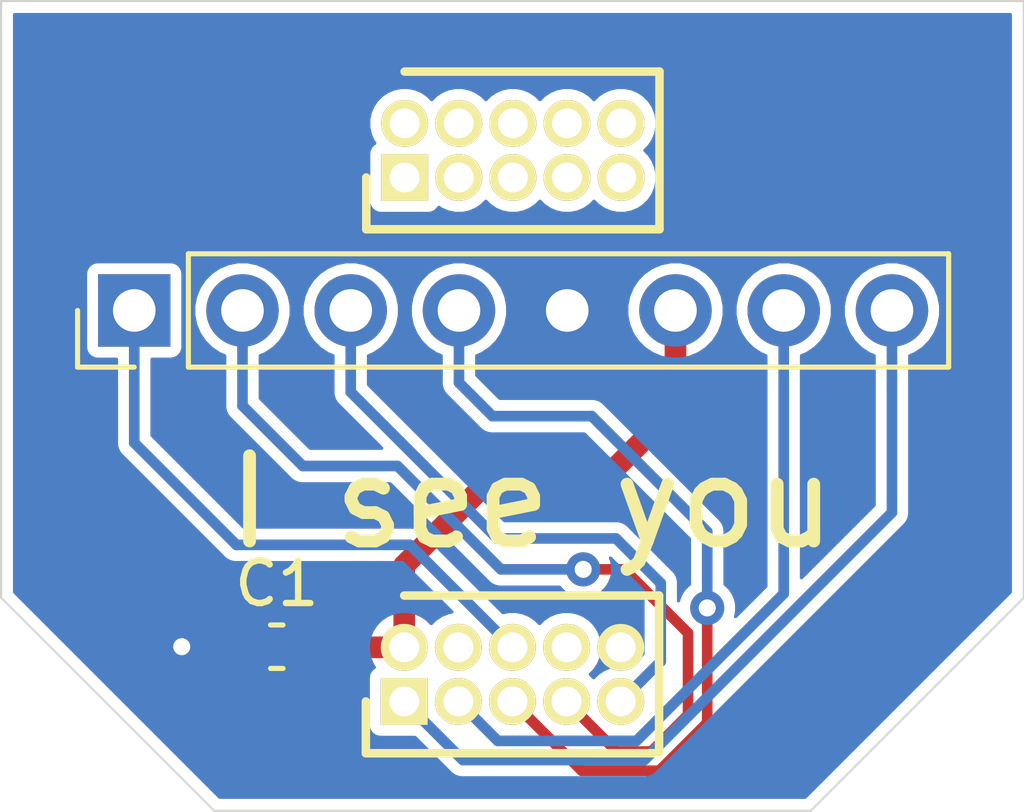
<source format=kicad_pcb>
(kicad_pcb (version 20171130) (host pcbnew "(5.1.8)-1")

  (general
    (thickness 1)
    (drawings 7)
    (tracks 49)
    (zones 0)
    (modules 4)
    (nets 9)
  )

  (page A4)
  (layers
    (0 F.Cu signal)
    (31 B.Cu signal)
    (32 B.Adhes user)
    (33 F.Adhes user)
    (34 B.Paste user)
    (35 F.Paste user)
    (36 B.SilkS user)
    (37 F.SilkS user)
    (38 B.Mask user)
    (39 F.Mask user)
    (40 Dwgs.User user)
    (41 Cmts.User user)
    (42 Eco1.User user)
    (43 Eco2.User user)
    (44 Edge.Cuts user)
    (45 Margin user)
    (46 B.CrtYd user)
    (47 F.CrtYd user)
    (48 B.Fab user)
    (49 F.Fab user)
  )

  (setup
    (last_trace_width 0.25)
    (trace_clearance 0.2)
    (zone_clearance 0.508)
    (zone_45_only no)
    (trace_min 0.2)
    (via_size 0.8)
    (via_drill 0.4)
    (via_min_size 0.4)
    (via_min_drill 0.3)
    (uvia_size 0.3)
    (uvia_drill 0.1)
    (uvias_allowed no)
    (uvia_min_size 0.2)
    (uvia_min_drill 0.1)
    (edge_width 0.05)
    (segment_width 0.2)
    (pcb_text_width 0.3)
    (pcb_text_size 1.5 1.5)
    (mod_edge_width 0.12)
    (mod_text_size 1 1)
    (mod_text_width 0.15)
    (pad_size 1.524 1.524)
    (pad_drill 0.762)
    (pad_to_mask_clearance 0)
    (aux_axis_origin 0 0)
    (visible_elements 7FFFFFFF)
    (pcbplotparams
      (layerselection 0x010fc_ffffffff)
      (usegerberextensions false)
      (usegerberattributes true)
      (usegerberadvancedattributes true)
      (creategerberjobfile true)
      (excludeedgelayer true)
      (linewidth 0.100000)
      (plotframeref false)
      (viasonmask false)
      (mode 1)
      (useauxorigin false)
      (hpglpennumber 1)
      (hpglpenspeed 20)
      (hpglpendiameter 15.000000)
      (psnegative false)
      (psa4output false)
      (plotreference true)
      (plotvalue true)
      (plotinvisibletext false)
      (padsonsilk false)
      (subtractmaskfromsilk false)
      (outputformat 1)
      (mirror false)
      (drillshape 0)
      (scaleselection 1)
      (outputdirectory "Gerber/"))
  )

  (net 0 "")
  (net 1 GND)
  (net 2 +3V3)
  (net 3 /MISO)
  (net 4 /MOSI)
  (net 5 /CS)
  (net 6 /SCK)
  (net 7 /SDA)
  (net 8 /SCL)

  (net_class Default "This is the default net class."
    (clearance 0.2)
    (trace_width 0.25)
    (via_dia 0.8)
    (via_drill 0.4)
    (uvia_dia 0.3)
    (uvia_drill 0.1)
    (add_net +3V3)
    (add_net /CS)
    (add_net /MISO)
    (add_net /MOSI)
    (add_net /SCK)
    (add_net /SCL)
    (add_net /SDA)
    (add_net GND)
  )

  (module SamacSys_Parts:HDRV10W50P127_2X5_635X340X430P (layer F.Cu) (tedit 6142C706) (tstamp 61432F3D)
    (at 152.01 83.505)
    (descr GRPB052VWVN-RC)
    (tags Connector)
    (path /6143078C)
    (fp_text reference J2 (at 0.03048 -3.302) (layer F.SilkS) hide
      (effects (font (size 1.27 1.27) (thickness 0.254)))
    )
    (fp_text value GRPB052VWVN-RC (at -1.66624 3.24612) (layer F.SilkS) hide
      (effects (font (size 1.27 1.27) (thickness 0.254)))
    )
    (fp_line (start 3.44 -1.85) (end -2.54 -1.85) (layer F.SilkS) (width 0.2))
    (fp_line (start 3.44 1.85) (end 3.44 -1.85) (layer F.SilkS) (width 0.2))
    (fp_line (start -3.44 1.85) (end 3.44 1.85) (layer F.SilkS) (width 0.2))
    (fp_line (start -3.44 0.635) (end -3.44 1.85) (layer F.SilkS) (width 0.2))
    (fp_line (start 3.325 1.85) (end -3.325 1.85) (layer Dwgs.User) (width 0.1))
    (fp_line (start 3.325 -1.85) (end 3.325 1.85) (layer Dwgs.User) (width 0.1))
    (fp_line (start -3.325 -1.85) (end 3.325 -1.85) (layer Dwgs.User) (width 0.1))
    (fp_line (start -3.325 1.85) (end -3.325 -1.85) (layer Dwgs.User) (width 0.1))
    (fp_line (start 3.575 2.1) (end -3.575 2.1) (layer Dwgs.User) (width 0.05))
    (fp_line (start 3.575 -2.1) (end 3.575 2.1) (layer Dwgs.User) (width 0.05))
    (fp_line (start -3.575 -2.1) (end 3.575 -2.1) (layer Dwgs.User) (width 0.05))
    (fp_line (start -3.575 2.1) (end -3.575 -2.1) (layer Dwgs.User) (width 0.05))
    (pad 10 thru_hole circle (at 2.54 -0.635 90) (size 1.1 1.1) (drill 0.7) (layers *.Cu *.Mask F.SilkS))
    (pad 9 thru_hole circle (at 2.54 0.635 90) (size 1.1 1.1) (drill 0.7) (layers *.Cu *.Mask F.SilkS))
    (pad 8 thru_hole circle (at 1.27 -0.635 90) (size 1.1 1.1) (drill 0.7) (layers *.Cu *.Mask F.SilkS))
    (pad 7 thru_hole circle (at 1.27 0.635 90) (size 1.1 1.1) (drill 0.7) (layers *.Cu *.Mask F.SilkS))
    (pad 6 thru_hole circle (at 0 -0.635 90) (size 1.1 1.1) (drill 0.7) (layers *.Cu *.Mask F.SilkS))
    (pad 5 thru_hole circle (at 0 0.635 90) (size 1.1 1.1) (drill 0.7) (layers *.Cu *.Mask F.SilkS))
    (pad 4 thru_hole circle (at -1.27 -0.635 90) (size 1.1 1.1) (drill 0.7) (layers *.Cu *.Mask F.SilkS))
    (pad 3 thru_hole circle (at -1.27 0.635 90) (size 1.1 1.1) (drill 0.7) (layers *.Cu *.Mask F.SilkS))
    (pad 2 thru_hole circle (at -2.54 -0.635 90) (size 1.1 1.1) (drill 0.7) (layers *.Cu *.Mask F.SilkS))
    (pad 1 thru_hole rect (at -2.54 0.635 90) (size 1.1 1.1) (drill 0.7) (layers *.Cu *.Mask F.SilkS))
    (model C:/DATA/Software/KiCAD/Libs/libs/Mylib/3D_model/GRPB052VWVN-RC.step
      (offset (xyz -2.54 0.635 -1))
      (scale (xyz 1 1 1))
      (rotate (xyz 180 0 0))
    )
  )

  (module SamacSys_Parts:HDRV10W50P127_2X5_635X340X430P (layer F.Cu) (tedit 6142C297) (tstamp 618E8BC6)
    (at 152 95.8)
    (descr GRPB052VWVN-RC)
    (tags Connector)
    (path /6142F3DA)
    (fp_text reference J1 (at 3.2 -3.9) (layer F.SilkS) hide
      (effects (font (size 1.27 1.27) (thickness 0.254)))
    )
    (fp_text value GRPB052VWVN-RC (at 2.35 2.6) (layer F.SilkS) hide
      (effects (font (size 1.27 1.27) (thickness 0.254)))
    )
    (fp_line (start 3.44 -1.85008) (end -2.54 -1.85008) (layer F.SilkS) (width 0.2))
    (fp_line (start 3.44 1.84992) (end 3.44 -1.85008) (layer F.SilkS) (width 0.2))
    (fp_line (start -3.44 1.84992) (end 3.44 1.84992) (layer F.SilkS) (width 0.2))
    (fp_line (start -3.44 0.63492) (end -3.44 1.84992) (layer F.SilkS) (width 0.2))
    (fp_line (start 3.325 1.84992) (end -3.325 1.84992) (layer Dwgs.User) (width 0.1))
    (fp_line (start 3.325 -1.85008) (end 3.325 1.84992) (layer Dwgs.User) (width 0.1))
    (fp_line (start -3.325 -1.85008) (end 3.325 -1.85008) (layer Dwgs.User) (width 0.1))
    (fp_line (start -3.325 1.84992) (end -3.325 -1.85008) (layer Dwgs.User) (width 0.1))
    (fp_line (start 3.575 2.09992) (end -3.575 2.09992) (layer Dwgs.User) (width 0.05))
    (fp_line (start 3.575 -2.095) (end 3.575 2.105) (layer Dwgs.User) (width 0.05))
    (fp_line (start -3.575 -2.095) (end 3.575 -2.095) (layer Dwgs.User) (width 0.05))
    (fp_line (start -3.575 2.105) (end -3.575 -2.095) (layer Dwgs.User) (width 0.05))
    (pad 10 thru_hole circle (at 2.54 -0.63508 90) (size 1.1 1.1) (drill 0.7) (layers *.Cu *.Mask F.SilkS)
      (net 1 GND))
    (pad 9 thru_hole circle (at 2.54 0.63492 90) (size 1.1 1.1) (drill 0.7) (layers *.Cu *.Mask F.SilkS)
      (net 3 /MISO))
    (pad 8 thru_hole circle (at 1.27 -0.63508 90) (size 1.1 1.1) (drill 0.7) (layers *.Cu *.Mask F.SilkS))
    (pad 7 thru_hole circle (at 1.27 0.63492 90) (size 1.1 1.1) (drill 0.7) (layers *.Cu *.Mask F.SilkS)
      (net 4 /MOSI))
    (pad 6 thru_hole circle (at 0 -0.63508 90) (size 1.1 1.1) (drill 0.7) (layers *.Cu *.Mask F.SilkS)
      (net 5 /CS))
    (pad 5 thru_hole circle (at 0 0.63492 90) (size 1.1 1.1) (drill 0.7) (layers *.Cu *.Mask F.SilkS)
      (net 6 /SCK))
    (pad 4 thru_hole circle (at -1.27 -0.63508 90) (size 1.1 1.1) (drill 0.7) (layers *.Cu *.Mask F.SilkS))
    (pad 3 thru_hole circle (at -1.27 0.63492 90) (size 1.1 1.1) (drill 0.7) (layers *.Cu *.Mask F.SilkS)
      (net 7 /SDA))
    (pad 2 thru_hole circle (at -2.54 -0.63508 90) (size 1.1 1.1) (drill 0.7) (layers *.Cu *.Mask F.SilkS)
      (net 2 +3V3))
    (pad 1 thru_hole rect (at -2.54 0.63492 90) (size 1.1 1.1) (drill 0.7) (layers *.Cu *.Mask F.SilkS)
      (net 8 /SCL))
    (model C:/DATA/Software/KiCAD/Libs/libs/Mylib/3D_model/GRPB052VWVN-RC.step
      (offset (xyz -2.54 0.635 -1))
      (scale (xyz 1 1 1))
      (rotate (xyz 180 0 0))
    )
  )

  (module Connector_PinHeader_2.54mm:PinHeader_1x08_P2.54mm_Vertical (layer F.Cu) (tedit 59FED5CC) (tstamp 61432450)
    (at 143.125 87.26 90)
    (descr "Through hole straight pin header, 1x08, 2.54mm pitch, single row")
    (tags "Through hole pin header THT 1x08 2.54mm single row")
    (path /6142D214)
    (fp_text reference U1 (at 2.77 -0.68 180) (layer F.SilkS) hide
      (effects (font (size 1 1) (thickness 0.15)))
    )
    (fp_text value Arducam_OV2640_module (at 0 20.11 90) (layer F.Fab) hide
      (effects (font (size 1 1) (thickness 0.15)))
    )
    (fp_line (start -0.635 -1.27) (end 1.27 -1.27) (layer F.Fab) (width 0.1))
    (fp_line (start 1.27 -1.27) (end 1.27 19.05) (layer F.Fab) (width 0.1))
    (fp_line (start 1.27 19.05) (end -1.27 19.05) (layer F.Fab) (width 0.1))
    (fp_line (start -1.27 19.05) (end -1.27 -0.635) (layer F.Fab) (width 0.1))
    (fp_line (start -1.27 -0.635) (end -0.635 -1.27) (layer F.Fab) (width 0.1))
    (fp_line (start -1.33 19.11) (end 1.33 19.11) (layer F.SilkS) (width 0.12))
    (fp_line (start -1.33 1.27) (end -1.33 19.11) (layer F.SilkS) (width 0.12))
    (fp_line (start 1.33 1.27) (end 1.33 19.11) (layer F.SilkS) (width 0.12))
    (fp_line (start -1.33 1.27) (end 1.33 1.27) (layer F.SilkS) (width 0.12))
    (fp_line (start -1.33 0) (end -1.33 -1.33) (layer F.SilkS) (width 0.12))
    (fp_line (start -1.33 -1.33) (end 0 -1.33) (layer F.SilkS) (width 0.12))
    (fp_line (start -1.8 -1.8) (end -1.8 19.55) (layer F.CrtYd) (width 0.05))
    (fp_line (start -1.8 19.55) (end 1.8 19.55) (layer F.CrtYd) (width 0.05))
    (fp_line (start 1.8 19.55) (end 1.8 -1.8) (layer F.CrtYd) (width 0.05))
    (fp_line (start 1.8 -1.8) (end -1.8 -1.8) (layer F.CrtYd) (width 0.05))
    (fp_text user %R (at 0 8.89) (layer F.Fab) hide
      (effects (font (size 1 1) (thickness 0.15)))
    )
    (pad 8 thru_hole oval (at 0 17.78 90) (size 1.7 1.7) (drill 1) (layers *.Cu *.Mask)
      (net 8 /SCL))
    (pad 7 thru_hole oval (at 0 15.24 90) (size 1.7 1.7) (drill 1) (layers *.Cu *.Mask)
      (net 7 /SDA))
    (pad 6 thru_hole oval (at 0 12.7 90) (size 1.7 1.7) (drill 1) (layers *.Cu *.Mask)
      (net 2 +3V3))
    (pad 5 thru_hole oval (at 0 10.16 90) (size 1.7 1.7) (drill 1) (layers *.Cu *.Mask)
      (net 1 GND))
    (pad 4 thru_hole oval (at 0 7.62 90) (size 1.7 1.7) (drill 1) (layers *.Cu *.Mask)
      (net 6 /SCK))
    (pad 3 thru_hole oval (at 0 5.08 90) (size 1.7 1.7) (drill 1) (layers *.Cu *.Mask)
      (net 3 /MISO))
    (pad 2 thru_hole oval (at 0 2.54 90) (size 1.7 1.7) (drill 1) (layers *.Cu *.Mask)
      (net 4 /MOSI))
    (pad 1 thru_hole rect (at 0 0 90) (size 1.7 1.7) (drill 1) (layers *.Cu *.Mask)
      (net 5 /CS))
    (model C:/DATA/Software/KiCAD/Libs/libs/Mylib/3D_model/Arducam_OV2640.STEP
      (offset (xyz -1 -7 0))
      (scale (xyz 1 1 1))
      (rotate (xyz 0 0 -90))
    )
  )

  (module Capacitor_SMD:C_0603_1608Metric_Pad1.08x0.95mm_HandSolder (layer F.Cu) (tedit 5F68FEEF) (tstamp 61432400)
    (at 146.47 95.15 180)
    (descr "Capacitor SMD 0603 (1608 Metric), square (rectangular) end terminal, IPC_7351 nominal with elongated pad for handsoldering. (Body size source: IPC-SM-782 page 76, https://www.pcb-3d.com/wordpress/wp-content/uploads/ipc-sm-782a_amendment_1_and_2.pdf), generated with kicad-footprint-generator")
    (tags "capacitor handsolder")
    (path /614382E2)
    (attr smd)
    (fp_text reference C1 (at 0 1.48) (layer F.SilkS)
      (effects (font (size 1 1) (thickness 0.15)))
    )
    (fp_text value 0.1uF (at 0 1.43) (layer F.Fab) hide
      (effects (font (size 1 1) (thickness 0.15)))
    )
    (fp_line (start -0.8 0.4) (end -0.8 -0.4) (layer F.Fab) (width 0.1))
    (fp_line (start -0.8 -0.4) (end 0.8 -0.4) (layer F.Fab) (width 0.1))
    (fp_line (start 0.8 -0.4) (end 0.8 0.4) (layer F.Fab) (width 0.1))
    (fp_line (start 0.8 0.4) (end -0.8 0.4) (layer F.Fab) (width 0.1))
    (fp_line (start -0.146267 -0.51) (end 0.146267 -0.51) (layer F.SilkS) (width 0.12))
    (fp_line (start -0.146267 0.51) (end 0.146267 0.51) (layer F.SilkS) (width 0.12))
    (fp_line (start -1.65 0.73) (end -1.65 -0.73) (layer F.CrtYd) (width 0.05))
    (fp_line (start -1.65 -0.73) (end 1.65 -0.73) (layer F.CrtYd) (width 0.05))
    (fp_line (start 1.65 -0.73) (end 1.65 0.73) (layer F.CrtYd) (width 0.05))
    (fp_line (start 1.65 0.73) (end -1.65 0.73) (layer F.CrtYd) (width 0.05))
    (fp_text user %R (at 0.02 -1.22) (layer F.Fab) hide
      (effects (font (size 0.4 0.4) (thickness 0.06)))
    )
    (pad 2 smd roundrect (at 0.8625 0 180) (size 1.075 0.95) (layers F.Cu F.Paste F.Mask) (roundrect_rratio 0.25)
      (net 1 GND))
    (pad 1 smd roundrect (at -0.8625 0 180) (size 1.075 0.95) (layers F.Cu F.Paste F.Mask) (roundrect_rratio 0.25)
      (net 2 +3V3))
    (model ${KISYS3DMOD}/Capacitor_SMD.3dshapes/C_0603_1608Metric.wrl
      (at (xyz 0 0 0))
      (scale (xyz 1 1 1))
      (rotate (xyz 0 0 0))
    )
  )

  (gr_line (start 140 94) (end 140 80) (layer Edge.Cuts) (width 0.05) (tstamp 614328E2))
  (gr_line (start 145 99) (end 140 94) (layer Edge.Cuts) (width 0.05))
  (gr_line (start 159 99) (end 145 99) (layer Edge.Cuts) (width 0.05))
  (gr_line (start 164 94) (end 159 99) (layer Edge.Cuts) (width 0.05))
  (gr_line (start 164 80) (end 164 94) (layer Edge.Cuts) (width 0.05))
  (gr_line (start 140 80) (end 164 80) (layer Edge.Cuts) (width 0.05))
  (gr_text "I see you" (at 152.45 91.76) (layer F.SilkS)
    (effects (font (size 2 2) (thickness 0.3)))
  )

  (via (at 144.24 95.15) (size 0.8) (drill 0.4) (layers F.Cu B.Cu) (net 1))
  (segment (start 145.6075 95.15) (end 144.24 95.15) (width 0.508) (layer F.Cu) (net 1))
  (segment (start 147.34742 95.16492) (end 147.3325 95.15) (width 0.508) (layer F.Cu) (net 2))
  (segment (start 149.46 95.16492) (end 147.34742 95.16492) (width 0.508) (layer F.Cu) (net 2))
  (segment (start 149.46 95.16492) (end 149.46 93.24) (width 0.508) (layer F.Cu) (net 2))
  (segment (start 154.26 91.11) (end 155.825 89.545) (width 0.508) (layer F.Cu) (net 2))
  (segment (start 155.825 89.545) (end 155.825 87.26) (width 0.508) (layer F.Cu) (net 2))
  (segment (start 151.59 91.11) (end 154.26 91.11) (width 0.508) (layer F.Cu) (net 2))
  (segment (start 149.46 93.24) (end 151.59 91.11) (width 0.508) (layer F.Cu) (net 2))
  (segment (start 154.54 96.43492) (end 155.48 95.49492) (width 0.25) (layer B.Cu) (net 3))
  (segment (start 155.48 95.49492) (end 155.48 93.66) (width 0.25) (layer B.Cu) (net 3))
  (segment (start 155.48 93.66) (end 154.43 92.61) (width 0.25) (layer B.Cu) (net 3))
  (segment (start 154.43 92.61) (end 151.64 92.61) (width 0.25) (layer B.Cu) (net 3))
  (segment (start 148.205 89.175) (end 151.64 92.61) (width 0.25) (layer B.Cu) (net 3))
  (segment (start 148.205 87.26) (end 148.205 89.175) (width 0.25) (layer B.Cu) (net 3))
  (segment (start 145.665 87.26) (end 145.665 89.495) (width 0.25) (layer B.Cu) (net 4))
  (segment (start 147.08 90.91) (end 149.30359 90.91) (width 0.25) (layer B.Cu) (net 4))
  (segment (start 145.665 89.495) (end 147.08 90.91) (width 0.25) (layer B.Cu) (net 4))
  (via (at 153.66 93.335) (size 0.8) (drill 0.4) (layers F.Cu B.Cu) (net 4))
  (segment (start 151.72859 93.335) (end 153.66 93.335) (width 0.25) (layer B.Cu) (net 4))
  (segment (start 149.30359 90.91) (end 151.72859 93.335) (width 0.25) (layer B.Cu) (net 4))
  (segment (start 153.66 93.335) (end 154.625 93.335) (width 0.25) (layer F.Cu) (net 4))
  (segment (start 154.625 93.335) (end 156.12 94.83) (width 0.25) (layer F.Cu) (net 4))
  (segment (start 156.12 94.83) (end 156.12 96.75) (width 0.25) (layer F.Cu) (net 4))
  (segment (start 156.12 96.75) (end 155.26 97.61) (width 0.25) (layer F.Cu) (net 4))
  (segment (start 154.44508 97.61) (end 153.27 96.43492) (width 0.25) (layer F.Cu) (net 4))
  (segment (start 155.26 97.61) (end 154.44508 97.61) (width 0.25) (layer F.Cu) (net 4))
  (segment (start 152 95.16492) (end 149.59508 92.76) (width 0.25) (layer B.Cu) (net 5))
  (segment (start 149.59508 92.76) (end 145.52 92.76) (width 0.25) (layer B.Cu) (net 5))
  (segment (start 143.125 90.365) (end 143.125 87.26) (width 0.25) (layer B.Cu) (net 5))
  (segment (start 145.52 92.76) (end 143.125 90.365) (width 0.25) (layer B.Cu) (net 5))
  (segment (start 153.625089 98.060009) (end 155.446401 98.060009) (width 0.25) (layer F.Cu) (net 6))
  (segment (start 152 96.43492) (end 153.625089 98.060009) (width 0.25) (layer F.Cu) (net 6))
  (segment (start 156.57001 96.9364) (end 156.57001 94.24001) (width 0.25) (layer F.Cu) (net 6))
  (segment (start 155.446401 98.060009) (end 156.57001 96.9364) (width 0.25) (layer F.Cu) (net 6))
  (segment (start 150.745 87.26) (end 150.745 88.955) (width 0.25) (layer B.Cu) (net 6))
  (segment (start 150.745 88.955) (end 151.53 89.74) (width 0.25) (layer B.Cu) (net 6))
  (segment (start 151.53 89.74) (end 153.86 89.74) (width 0.25) (layer B.Cu) (net 6))
  (via (at 156.57001 94.24001) (size 0.8) (drill 0.4) (layers F.Cu B.Cu) (net 6))
  (segment (start 156.57001 92.45001) (end 156.57001 94.24001) (width 0.25) (layer B.Cu) (net 6))
  (segment (start 153.86 89.74) (end 156.57001 92.45001) (width 0.25) (layer B.Cu) (net 6))
  (segment (start 150.73 96.43492) (end 151.65508 97.36) (width 0.25) (layer B.Cu) (net 7))
  (segment (start 158.365 93.904922) (end 158.365 87.26) (width 0.25) (layer B.Cu) (net 7))
  (segment (start 154.909922 97.36) (end 158.365 93.904922) (width 0.25) (layer B.Cu) (net 7))
  (segment (start 151.65508 97.36) (end 154.909922 97.36) (width 0.25) (layer B.Cu) (net 7))
  (segment (start 149.46 96.43492) (end 150.83509 97.81001) (width 0.25) (layer B.Cu) (net 8))
  (segment (start 155.096323 97.810009) (end 160.905 92.001332) (width 0.25) (layer B.Cu) (net 8))
  (segment (start 160.905 92.001332) (end 160.905 87.26) (width 0.25) (layer B.Cu) (net 8))
  (segment (start 150.83509 97.81001) (end 155.096323 97.810009) (width 0.25) (layer B.Cu) (net 8))

  (zone (net 1) (net_name GND) (layer B.Cu) (tstamp 6142CEBF) (hatch edge 0.508)
    (connect_pads yes (clearance 0.254))
    (min_thickness 0.0762)
    (fill yes (arc_segments 32) (thermal_gap 0.508) (thermal_bridge_width 0.508))
    (polygon
      (pts
        (xy 164 94) (xy 159 99) (xy 145 99) (xy 140 94) (xy 140 80)
        (xy 164 80)
      )
    )
    (filled_polygon
      (pts
        (xy 163.682901 93.868652) (xy 158.868654 98.6829) (xy 145.131347 98.6829) (xy 140.3171 93.868654) (xy 140.3171 86.41)
        (xy 141.981487 86.41) (xy 141.981487 88.11) (xy 141.987127 88.167262) (xy 142.003829 88.222323) (xy 142.030953 88.273067)
        (xy 142.067455 88.317545) (xy 142.111933 88.354047) (xy 142.162677 88.381171) (xy 142.217738 88.397873) (xy 142.275 88.403513)
        (xy 142.707901 88.403513) (xy 142.7079 90.34452) (xy 142.705883 90.365) (xy 142.7079 90.38548) (xy 142.7079 90.385489)
        (xy 142.713935 90.446765) (xy 142.729761 90.498936) (xy 142.737785 90.525389) (xy 142.776516 90.597849) (xy 142.778756 90.600578)
        (xy 142.828639 90.661361) (xy 142.84456 90.674427) (xy 145.210577 93.040445) (xy 145.223639 93.056361) (xy 145.287151 93.108484)
        (xy 145.35961 93.147215) (xy 145.438234 93.171065) (xy 145.49951 93.1771) (xy 145.499519 93.1771) (xy 145.519999 93.179117)
        (xy 145.540479 93.1771) (xy 149.422313 93.1771) (xy 150.581144 94.335931) (xy 150.484368 94.355181) (xy 150.331116 94.41866)
        (xy 150.193192 94.510818) (xy 150.095 94.60901) (xy 149.996808 94.510818) (xy 149.858884 94.41866) (xy 149.705632 94.355181)
        (xy 149.54294 94.32282) (xy 149.37706 94.32282) (xy 149.214368 94.355181) (xy 149.061116 94.41866) (xy 148.923192 94.510818)
        (xy 148.805898 94.628112) (xy 148.71374 94.766036) (xy 148.650261 94.919288) (xy 148.6179 95.08198) (xy 148.6179 95.24786)
        (xy 148.650261 95.410552) (xy 148.71374 95.563804) (xy 148.760419 95.633664) (xy 148.746933 95.640873) (xy 148.702455 95.677375)
        (xy 148.665953 95.721853) (xy 148.638829 95.772597) (xy 148.622127 95.827658) (xy 148.616487 95.88492) (xy 148.616487 96.98492)
        (xy 148.622127 97.042182) (xy 148.638829 97.097243) (xy 148.665953 97.147987) (xy 148.702455 97.192465) (xy 148.746933 97.228967)
        (xy 148.797677 97.256091) (xy 148.852738 97.272793) (xy 148.91 97.278433) (xy 149.713646 97.278433) (xy 150.525673 98.090461)
        (xy 150.53873 98.106371) (xy 150.55464 98.119428) (xy 150.554644 98.119432) (xy 150.60224 98.158494) (xy 150.6747 98.197225)
        (xy 150.708934 98.207609) (xy 150.753325 98.221075) (xy 150.814601 98.22711) (xy 150.81461 98.22711) (xy 150.83509 98.229127)
        (xy 150.85557 98.22711) (xy 155.075833 98.227108) (xy 155.096323 98.229126) (xy 155.178089 98.221073) (xy 155.256712 98.197224)
        (xy 155.329172 98.158493) (xy 155.376768 98.119431) (xy 155.392684 98.106369) (xy 155.405746 98.090453) (xy 161.185452 92.310749)
        (xy 161.201361 92.297693) (xy 161.214418 92.281783) (xy 161.214423 92.281778) (xy 161.253484 92.234182) (xy 161.292215 92.161722)
        (xy 161.294664 92.153649) (xy 161.316065 92.083098) (xy 161.3221 92.021822) (xy 161.3221 92.021812) (xy 161.324117 92.001332)
        (xy 161.3221 91.980852) (xy 161.3221 88.323432) (xy 161.445987 88.272116) (xy 161.633046 88.147127) (xy 161.792127 87.988046)
        (xy 161.917116 87.800987) (xy 162.00321 87.593138) (xy 162.0471 87.372487) (xy 162.0471 87.147513) (xy 162.00321 86.926862)
        (xy 161.917116 86.719013) (xy 161.792127 86.531954) (xy 161.633046 86.372873) (xy 161.445987 86.247884) (xy 161.238138 86.16179)
        (xy 161.017487 86.1179) (xy 160.792513 86.1179) (xy 160.571862 86.16179) (xy 160.364013 86.247884) (xy 160.176954 86.372873)
        (xy 160.017873 86.531954) (xy 159.892884 86.719013) (xy 159.80679 86.926862) (xy 159.7629 87.147513) (xy 159.7629 87.372487)
        (xy 159.80679 87.593138) (xy 159.892884 87.800987) (xy 160.017873 87.988046) (xy 160.176954 88.147127) (xy 160.364013 88.272116)
        (xy 160.487901 88.323432) (xy 160.4879 91.828563) (xy 158.7821 93.534364) (xy 158.7821 88.323432) (xy 158.905987 88.272116)
        (xy 159.093046 88.147127) (xy 159.252127 87.988046) (xy 159.377116 87.800987) (xy 159.46321 87.593138) (xy 159.5071 87.372487)
        (xy 159.5071 87.147513) (xy 159.46321 86.926862) (xy 159.377116 86.719013) (xy 159.252127 86.531954) (xy 159.093046 86.372873)
        (xy 158.905987 86.247884) (xy 158.698138 86.16179) (xy 158.477487 86.1179) (xy 158.252513 86.1179) (xy 158.031862 86.16179)
        (xy 157.824013 86.247884) (xy 157.636954 86.372873) (xy 157.477873 86.531954) (xy 157.352884 86.719013) (xy 157.26679 86.926862)
        (xy 157.2229 87.147513) (xy 157.2229 87.372487) (xy 157.26679 87.593138) (xy 157.352884 87.800987) (xy 157.477873 87.988046)
        (xy 157.636954 88.147127) (xy 157.824013 88.272116) (xy 157.947901 88.323432) (xy 157.9479 93.732154) (xy 157.233637 94.446417)
        (xy 157.235513 94.441888) (xy 157.26211 94.308176) (xy 157.26211 94.171844) (xy 157.235513 94.038132) (xy 157.183341 93.912178)
        (xy 157.107599 93.798822) (xy 157.011198 93.702421) (xy 156.98711 93.686326) (xy 156.98711 92.47049) (xy 156.989127 92.45001)
        (xy 156.98711 92.42953) (xy 156.98711 92.42952) (xy 156.981075 92.368244) (xy 156.957225 92.28962) (xy 156.942203 92.261516)
        (xy 156.918494 92.21716) (xy 156.879432 92.169564) (xy 156.866371 92.153649) (xy 156.850456 92.140588) (xy 154.169427 89.45956)
        (xy 154.156361 89.443639) (xy 154.092849 89.391516) (xy 154.02039 89.352785) (xy 153.941766 89.328935) (xy 153.88049 89.3229)
        (xy 153.88048 89.3229) (xy 153.86 89.320883) (xy 153.83952 89.3229) (xy 151.702769 89.3229) (xy 151.1621 88.782233)
        (xy 151.1621 88.323432) (xy 151.285987 88.272116) (xy 151.473046 88.147127) (xy 151.632127 87.988046) (xy 151.757116 87.800987)
        (xy 151.84321 87.593138) (xy 151.8871 87.372487) (xy 151.8871 87.147513) (xy 154.6829 87.147513) (xy 154.6829 87.372487)
        (xy 154.72679 87.593138) (xy 154.812884 87.800987) (xy 154.937873 87.988046) (xy 155.096954 88.147127) (xy 155.284013 88.272116)
        (xy 155.491862 88.35821) (xy 155.712513 88.4021) (xy 155.937487 88.4021) (xy 156.158138 88.35821) (xy 156.365987 88.272116)
        (xy 156.553046 88.147127) (xy 156.712127 87.988046) (xy 156.837116 87.800987) (xy 156.92321 87.593138) (xy 156.9671 87.372487)
        (xy 156.9671 87.147513) (xy 156.92321 86.926862) (xy 156.837116 86.719013) (xy 156.712127 86.531954) (xy 156.553046 86.372873)
        (xy 156.365987 86.247884) (xy 156.158138 86.16179) (xy 155.937487 86.1179) (xy 155.712513 86.1179) (xy 155.491862 86.16179)
        (xy 155.284013 86.247884) (xy 155.096954 86.372873) (xy 154.937873 86.531954) (xy 154.812884 86.719013) (xy 154.72679 86.926862)
        (xy 154.6829 87.147513) (xy 151.8871 87.147513) (xy 151.84321 86.926862) (xy 151.757116 86.719013) (xy 151.632127 86.531954)
        (xy 151.473046 86.372873) (xy 151.285987 86.247884) (xy 151.078138 86.16179) (xy 150.857487 86.1179) (xy 150.632513 86.1179)
        (xy 150.411862 86.16179) (xy 150.204013 86.247884) (xy 150.016954 86.372873) (xy 149.857873 86.531954) (xy 149.732884 86.719013)
        (xy 149.64679 86.926862) (xy 149.6029 87.147513) (xy 149.6029 87.372487) (xy 149.64679 87.593138) (xy 149.732884 87.800987)
        (xy 149.857873 87.988046) (xy 150.016954 88.147127) (xy 150.204013 88.272116) (xy 150.327901 88.323432) (xy 150.327901 88.934511)
        (xy 150.325883 88.955) (xy 150.333936 89.036766) (xy 150.357785 89.115389) (xy 150.396516 89.187849) (xy 150.435578 89.235445)
        (xy 150.44864 89.251361) (xy 150.464555 89.264422) (xy 151.220582 90.020451) (xy 151.233639 90.036361) (xy 151.249549 90.049418)
        (xy 151.249554 90.049423) (xy 151.29715 90.088484) (xy 151.36961 90.127215) (xy 151.448234 90.151065) (xy 151.50951 90.1571)
        (xy 151.50952 90.1571) (xy 151.53 90.159117) (xy 151.55048 90.1571) (xy 153.687233 90.1571) (xy 156.15291 92.622778)
        (xy 156.152911 93.686325) (xy 156.128822 93.702421) (xy 156.032421 93.798822) (xy 155.956679 93.912178) (xy 155.904507 94.038132)
        (xy 155.8971 94.075369) (xy 155.8971 93.680479) (xy 155.899117 93.659999) (xy 155.8971 93.639519) (xy 155.8971 93.63951)
        (xy 155.891065 93.578234) (xy 155.867215 93.49961) (xy 155.828484 93.427151) (xy 155.776361 93.363639) (xy 155.760445 93.350577)
        (xy 154.739427 92.32956) (xy 154.726361 92.313639) (xy 154.662849 92.261516) (xy 154.59039 92.222785) (xy 154.511766 92.198935)
        (xy 154.45049 92.1929) (xy 154.45048 92.1929) (xy 154.43 92.190883) (xy 154.40952 92.1929) (xy 151.812769 92.1929)
        (xy 148.6221 89.002233) (xy 148.6221 88.323432) (xy 148.745987 88.272116) (xy 148.933046 88.147127) (xy 149.092127 87.988046)
        (xy 149.217116 87.800987) (xy 149.30321 87.593138) (xy 149.3471 87.372487) (xy 149.3471 87.147513) (xy 149.30321 86.926862)
        (xy 149.217116 86.719013) (xy 149.092127 86.531954) (xy 148.933046 86.372873) (xy 148.745987 86.247884) (xy 148.538138 86.16179)
        (xy 148.317487 86.1179) (xy 148.092513 86.1179) (xy 147.871862 86.16179) (xy 147.664013 86.247884) (xy 147.476954 86.372873)
        (xy 147.317873 86.531954) (xy 147.192884 86.719013) (xy 147.10679 86.926862) (xy 147.0629 87.147513) (xy 147.0629 87.372487)
        (xy 147.10679 87.593138) (xy 147.192884 87.800987) (xy 147.317873 87.988046) (xy 147.476954 88.147127) (xy 147.664013 88.272116)
        (xy 147.787901 88.323432) (xy 147.787901 89.15451) (xy 147.785883 89.175) (xy 147.793936 89.256766) (xy 147.817785 89.335389)
        (xy 147.856516 89.407849) (xy 147.87517 89.430578) (xy 147.90864 89.471361) (xy 147.924556 89.484423) (xy 148.933032 90.4929)
        (xy 147.252768 90.4929) (xy 146.0821 89.322233) (xy 146.0821 88.323432) (xy 146.205987 88.272116) (xy 146.393046 88.147127)
        (xy 146.552127 87.988046) (xy 146.677116 87.800987) (xy 146.76321 87.593138) (xy 146.8071 87.372487) (xy 146.8071 87.147513)
        (xy 146.76321 86.926862) (xy 146.677116 86.719013) (xy 146.552127 86.531954) (xy 146.393046 86.372873) (xy 146.205987 86.247884)
        (xy 145.998138 86.16179) (xy 145.777487 86.1179) (xy 145.552513 86.1179) (xy 145.331862 86.16179) (xy 145.124013 86.247884)
        (xy 144.936954 86.372873) (xy 144.777873 86.531954) (xy 144.652884 86.719013) (xy 144.56679 86.926862) (xy 144.5229 87.147513)
        (xy 144.5229 87.372487) (xy 144.56679 87.593138) (xy 144.652884 87.800987) (xy 144.777873 87.988046) (xy 144.936954 88.147127)
        (xy 145.124013 88.272116) (xy 145.2479 88.323432) (xy 145.247901 89.47451) (xy 145.245883 89.495) (xy 145.253936 89.576766)
        (xy 145.277785 89.655389) (xy 145.316516 89.727849) (xy 145.355578 89.775445) (xy 145.36864 89.791361) (xy 145.384556 89.804423)
        (xy 146.770577 91.190445) (xy 146.783639 91.206361) (xy 146.799554 91.219422) (xy 146.84715 91.258484) (xy 146.91961 91.297215)
        (xy 146.998234 91.321065) (xy 147.05951 91.3271) (xy 147.059519 91.3271) (xy 147.079999 91.329117) (xy 147.100479 91.3271)
        (xy 149.130823 91.3271) (xy 151.419167 93.615445) (xy 151.432229 93.631361) (xy 151.448144 93.644422) (xy 151.49574 93.683484)
        (xy 151.537155 93.705621) (xy 151.5682 93.722215) (xy 151.646824 93.746065) (xy 151.7081 93.7521) (xy 151.70811 93.7521)
        (xy 151.72859 93.754117) (xy 151.74907 93.7521) (xy 153.106316 93.7521) (xy 153.122411 93.776188) (xy 153.218812 93.872589)
        (xy 153.332168 93.948331) (xy 153.458122 94.000503) (xy 153.591834 94.0271) (xy 153.728166 94.0271) (xy 153.861878 94.000503)
        (xy 153.987832 93.948331) (xy 154.101188 93.872589) (xy 154.197589 93.776188) (xy 154.273331 93.662832) (xy 154.325503 93.536878)
        (xy 154.3521 93.403166) (xy 154.3521 93.266834) (xy 154.325503 93.133122) (xy 154.298808 93.068675) (xy 155.062901 93.832769)
        (xy 155.0629 95.322151) (xy 154.764145 95.620907) (xy 154.62294 95.59282) (xy 154.45706 95.59282) (xy 154.294368 95.625181)
        (xy 154.141116 95.68866) (xy 154.003192 95.780818) (xy 153.905 95.87901) (xy 153.82591 95.79992) (xy 153.924102 95.701728)
        (xy 154.01626 95.563804) (xy 154.079739 95.410552) (xy 154.1121 95.24786) (xy 154.1121 95.08198) (xy 154.079739 94.919288)
        (xy 154.01626 94.766036) (xy 153.924102 94.628112) (xy 153.806808 94.510818) (xy 153.668884 94.41866) (xy 153.515632 94.355181)
        (xy 153.35294 94.32282) (xy 153.18706 94.32282) (xy 153.024368 94.355181) (xy 152.871116 94.41866) (xy 152.733192 94.510818)
        (xy 152.635 94.60901) (xy 152.536808 94.510818) (xy 152.398884 94.41866) (xy 152.245632 94.355181) (xy 152.08294 94.32282)
        (xy 151.91706 94.32282) (xy 151.775855 94.350907) (xy 149.904507 92.47956) (xy 149.891441 92.463639) (xy 149.827929 92.411516)
        (xy 149.75547 92.372785) (xy 149.676846 92.348935) (xy 149.61557 92.3429) (xy 149.61556 92.3429) (xy 149.59508 92.340883)
        (xy 149.5746 92.3429) (xy 145.692768 92.3429) (xy 143.5421 90.192233) (xy 143.5421 88.403513) (xy 143.975 88.403513)
        (xy 144.032262 88.397873) (xy 144.087323 88.381171) (xy 144.138067 88.354047) (xy 144.182545 88.317545) (xy 144.219047 88.273067)
        (xy 144.246171 88.222323) (xy 144.262873 88.167262) (xy 144.268513 88.11) (xy 144.268513 86.41) (xy 144.262873 86.352738)
        (xy 144.246171 86.297677) (xy 144.219047 86.246933) (xy 144.182545 86.202455) (xy 144.138067 86.165953) (xy 144.087323 86.138829)
        (xy 144.032262 86.122127) (xy 143.975 86.116487) (xy 142.275 86.116487) (xy 142.217738 86.122127) (xy 142.162677 86.138829)
        (xy 142.111933 86.165953) (xy 142.067455 86.202455) (xy 142.030953 86.246933) (xy 142.003829 86.297677) (xy 141.987127 86.352738)
        (xy 141.981487 86.41) (xy 140.3171 86.41) (xy 140.3171 83.59) (xy 148.626487 83.59) (xy 148.626487 84.69)
        (xy 148.632127 84.747262) (xy 148.648829 84.802323) (xy 148.675953 84.853067) (xy 148.712455 84.897545) (xy 148.756933 84.934047)
        (xy 148.807677 84.961171) (xy 148.862738 84.977873) (xy 148.92 84.983513) (xy 150.02 84.983513) (xy 150.077262 84.977873)
        (xy 150.132323 84.961171) (xy 150.183067 84.934047) (xy 150.227545 84.897545) (xy 150.264047 84.853067) (xy 150.271256 84.839581)
        (xy 150.341116 84.88626) (xy 150.494368 84.949739) (xy 150.65706 84.9821) (xy 150.82294 84.9821) (xy 150.985632 84.949739)
        (xy 151.138884 84.88626) (xy 151.276808 84.794102) (xy 151.375 84.69591) (xy 151.473192 84.794102) (xy 151.611116 84.88626)
        (xy 151.764368 84.949739) (xy 151.92706 84.9821) (xy 152.09294 84.9821) (xy 152.255632 84.949739) (xy 152.408884 84.88626)
        (xy 152.546808 84.794102) (xy 152.645 84.69591) (xy 152.743192 84.794102) (xy 152.881116 84.88626) (xy 153.034368 84.949739)
        (xy 153.19706 84.9821) (xy 153.36294 84.9821) (xy 153.525632 84.949739) (xy 153.678884 84.88626) (xy 153.816808 84.794102)
        (xy 153.915 84.69591) (xy 154.013192 84.794102) (xy 154.151116 84.88626) (xy 154.304368 84.949739) (xy 154.46706 84.9821)
        (xy 154.63294 84.9821) (xy 154.795632 84.949739) (xy 154.948884 84.88626) (xy 155.086808 84.794102) (xy 155.204102 84.676808)
        (xy 155.29626 84.538884) (xy 155.359739 84.385632) (xy 155.3921 84.22294) (xy 155.3921 84.05706) (xy 155.359739 83.894368)
        (xy 155.29626 83.741116) (xy 155.204102 83.603192) (xy 155.10591 83.505) (xy 155.204102 83.406808) (xy 155.29626 83.268884)
        (xy 155.359739 83.115632) (xy 155.3921 82.95294) (xy 155.3921 82.78706) (xy 155.359739 82.624368) (xy 155.29626 82.471116)
        (xy 155.204102 82.333192) (xy 155.086808 82.215898) (xy 154.948884 82.12374) (xy 154.795632 82.060261) (xy 154.63294 82.0279)
        (xy 154.46706 82.0279) (xy 154.304368 82.060261) (xy 154.151116 82.12374) (xy 154.013192 82.215898) (xy 153.915 82.31409)
        (xy 153.816808 82.215898) (xy 153.678884 82.12374) (xy 153.525632 82.060261) (xy 153.36294 82.0279) (xy 153.19706 82.0279)
        (xy 153.034368 82.060261) (xy 152.881116 82.12374) (xy 152.743192 82.215898) (xy 152.645 82.31409) (xy 152.546808 82.215898)
        (xy 152.408884 82.12374) (xy 152.255632 82.060261) (xy 152.09294 82.0279) (xy 151.92706 82.0279) (xy 151.764368 82.060261)
        (xy 151.611116 82.12374) (xy 151.473192 82.215898) (xy 151.375 82.31409) (xy 151.276808 82.215898) (xy 151.138884 82.12374)
        (xy 150.985632 82.060261) (xy 150.82294 82.0279) (xy 150.65706 82.0279) (xy 150.494368 82.060261) (xy 150.341116 82.12374)
        (xy 150.203192 82.215898) (xy 150.105 82.31409) (xy 150.006808 82.215898) (xy 149.868884 82.12374) (xy 149.715632 82.060261)
        (xy 149.55294 82.0279) (xy 149.38706 82.0279) (xy 149.224368 82.060261) (xy 149.071116 82.12374) (xy 148.933192 82.215898)
        (xy 148.815898 82.333192) (xy 148.72374 82.471116) (xy 148.660261 82.624368) (xy 148.6279 82.78706) (xy 148.6279 82.95294)
        (xy 148.660261 83.115632) (xy 148.72374 83.268884) (xy 148.770419 83.338744) (xy 148.756933 83.345953) (xy 148.712455 83.382455)
        (xy 148.675953 83.426933) (xy 148.648829 83.477677) (xy 148.632127 83.532738) (xy 148.626487 83.59) (xy 140.3171 83.59)
        (xy 140.3171 80.3171) (xy 163.6829 80.3171)
      )
    )
  )
)

</source>
